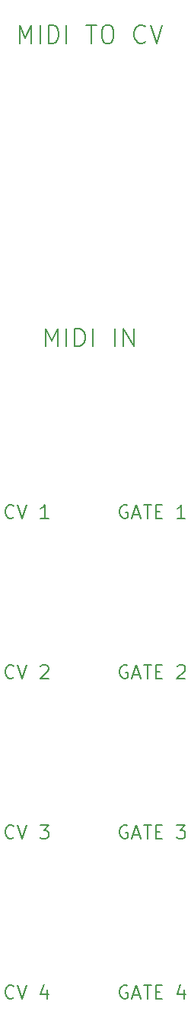
<source format=gto>
G04 #@! TF.GenerationSoftware,KiCad,Pcbnew,8.0.0*
G04 #@! TF.CreationDate,2025-07-24T19:30:24+01:00*
G04 #@! TF.ProjectId,MidiToCvFrontPanel,4d696469-546f-4437-9646-726f6e745061,1.0*
G04 #@! TF.SameCoordinates,Original*
G04 #@! TF.FileFunction,Legend,Top*
G04 #@! TF.FilePolarity,Positive*
%FSLAX46Y46*%
G04 Gerber Fmt 4.6, Leading zero omitted, Abs format (unit mm)*
G04 Created by KiCad (PCBNEW 8.0.0) date 2025-07-24 19:30:24*
%MOMM*%
%LPD*%
G01*
G04 APERTURE LIST*
%ADD10C,0.187500*%
G04 APERTURE END LIST*
D10*
X37640238Y-72135488D02*
X37640238Y-70135488D01*
X37640238Y-70135488D02*
X38306905Y-71564059D01*
X38306905Y-71564059D02*
X38973571Y-70135488D01*
X38973571Y-70135488D02*
X38973571Y-72135488D01*
X39925952Y-72135488D02*
X39925952Y-70135488D01*
X40878333Y-72135488D02*
X40878333Y-70135488D01*
X40878333Y-70135488D02*
X41354523Y-70135488D01*
X41354523Y-70135488D02*
X41640238Y-70230726D01*
X41640238Y-70230726D02*
X41830714Y-70421202D01*
X41830714Y-70421202D02*
X41925952Y-70611678D01*
X41925952Y-70611678D02*
X42021190Y-70992630D01*
X42021190Y-70992630D02*
X42021190Y-71278345D01*
X42021190Y-71278345D02*
X41925952Y-71659297D01*
X41925952Y-71659297D02*
X41830714Y-71849773D01*
X41830714Y-71849773D02*
X41640238Y-72040250D01*
X41640238Y-72040250D02*
X41354523Y-72135488D01*
X41354523Y-72135488D02*
X40878333Y-72135488D01*
X42878333Y-72135488D02*
X42878333Y-70135488D01*
X45354524Y-72135488D02*
X45354524Y-70135488D01*
X46306905Y-72135488D02*
X46306905Y-70135488D01*
X46306905Y-70135488D02*
X47449762Y-72135488D01*
X47449762Y-72135488D02*
X47449762Y-70135488D01*
X34735475Y-38480488D02*
X34735475Y-36480488D01*
X34735475Y-36480488D02*
X35402142Y-37909059D01*
X35402142Y-37909059D02*
X36068808Y-36480488D01*
X36068808Y-36480488D02*
X36068808Y-38480488D01*
X37021189Y-38480488D02*
X37021189Y-36480488D01*
X37973570Y-38480488D02*
X37973570Y-36480488D01*
X37973570Y-36480488D02*
X38449760Y-36480488D01*
X38449760Y-36480488D02*
X38735475Y-36575726D01*
X38735475Y-36575726D02*
X38925951Y-36766202D01*
X38925951Y-36766202D02*
X39021189Y-36956678D01*
X39021189Y-36956678D02*
X39116427Y-37337630D01*
X39116427Y-37337630D02*
X39116427Y-37623345D01*
X39116427Y-37623345D02*
X39021189Y-38004297D01*
X39021189Y-38004297D02*
X38925951Y-38194773D01*
X38925951Y-38194773D02*
X38735475Y-38385250D01*
X38735475Y-38385250D02*
X38449760Y-38480488D01*
X38449760Y-38480488D02*
X37973570Y-38480488D01*
X39973570Y-38480488D02*
X39973570Y-36480488D01*
X42164047Y-36480488D02*
X43306904Y-36480488D01*
X42735475Y-38480488D02*
X42735475Y-36480488D01*
X44354523Y-36480488D02*
X44735476Y-36480488D01*
X44735476Y-36480488D02*
X44925952Y-36575726D01*
X44925952Y-36575726D02*
X45116428Y-36766202D01*
X45116428Y-36766202D02*
X45211666Y-37147154D01*
X45211666Y-37147154D02*
X45211666Y-37813821D01*
X45211666Y-37813821D02*
X45116428Y-38194773D01*
X45116428Y-38194773D02*
X44925952Y-38385250D01*
X44925952Y-38385250D02*
X44735476Y-38480488D01*
X44735476Y-38480488D02*
X44354523Y-38480488D01*
X44354523Y-38480488D02*
X44164047Y-38385250D01*
X44164047Y-38385250D02*
X43973571Y-38194773D01*
X43973571Y-38194773D02*
X43878333Y-37813821D01*
X43878333Y-37813821D02*
X43878333Y-37147154D01*
X43878333Y-37147154D02*
X43973571Y-36766202D01*
X43973571Y-36766202D02*
X44164047Y-36575726D01*
X44164047Y-36575726D02*
X44354523Y-36480488D01*
X48735476Y-38290011D02*
X48640238Y-38385250D01*
X48640238Y-38385250D02*
X48354524Y-38480488D01*
X48354524Y-38480488D02*
X48164048Y-38480488D01*
X48164048Y-38480488D02*
X47878333Y-38385250D01*
X47878333Y-38385250D02*
X47687857Y-38194773D01*
X47687857Y-38194773D02*
X47592619Y-38004297D01*
X47592619Y-38004297D02*
X47497381Y-37623345D01*
X47497381Y-37623345D02*
X47497381Y-37337630D01*
X47497381Y-37337630D02*
X47592619Y-36956678D01*
X47592619Y-36956678D02*
X47687857Y-36766202D01*
X47687857Y-36766202D02*
X47878333Y-36575726D01*
X47878333Y-36575726D02*
X48164048Y-36480488D01*
X48164048Y-36480488D02*
X48354524Y-36480488D01*
X48354524Y-36480488D02*
X48640238Y-36575726D01*
X48640238Y-36575726D02*
X48735476Y-36670964D01*
X49306905Y-36480488D02*
X49973571Y-38480488D01*
X49973571Y-38480488D02*
X50640238Y-36480488D01*
X34095714Y-144443821D02*
X34024286Y-144515250D01*
X34024286Y-144515250D02*
X33810000Y-144586678D01*
X33810000Y-144586678D02*
X33667143Y-144586678D01*
X33667143Y-144586678D02*
X33452857Y-144515250D01*
X33452857Y-144515250D02*
X33310000Y-144372392D01*
X33310000Y-144372392D02*
X33238571Y-144229535D01*
X33238571Y-144229535D02*
X33167143Y-143943821D01*
X33167143Y-143943821D02*
X33167143Y-143729535D01*
X33167143Y-143729535D02*
X33238571Y-143443821D01*
X33238571Y-143443821D02*
X33310000Y-143300964D01*
X33310000Y-143300964D02*
X33452857Y-143158107D01*
X33452857Y-143158107D02*
X33667143Y-143086678D01*
X33667143Y-143086678D02*
X33810000Y-143086678D01*
X33810000Y-143086678D02*
X34024286Y-143158107D01*
X34024286Y-143158107D02*
X34095714Y-143229535D01*
X34524286Y-143086678D02*
X35024286Y-144586678D01*
X35024286Y-144586678D02*
X35524286Y-143086678D01*
X37810000Y-143586678D02*
X37810000Y-144586678D01*
X37452857Y-143015250D02*
X37095714Y-144086678D01*
X37095714Y-144086678D02*
X38024285Y-144086678D01*
X46744286Y-107598107D02*
X46601429Y-107526678D01*
X46601429Y-107526678D02*
X46387143Y-107526678D01*
X46387143Y-107526678D02*
X46172857Y-107598107D01*
X46172857Y-107598107D02*
X46030000Y-107740964D01*
X46030000Y-107740964D02*
X45958571Y-107883821D01*
X45958571Y-107883821D02*
X45887143Y-108169535D01*
X45887143Y-108169535D02*
X45887143Y-108383821D01*
X45887143Y-108383821D02*
X45958571Y-108669535D01*
X45958571Y-108669535D02*
X46030000Y-108812392D01*
X46030000Y-108812392D02*
X46172857Y-108955250D01*
X46172857Y-108955250D02*
X46387143Y-109026678D01*
X46387143Y-109026678D02*
X46530000Y-109026678D01*
X46530000Y-109026678D02*
X46744286Y-108955250D01*
X46744286Y-108955250D02*
X46815714Y-108883821D01*
X46815714Y-108883821D02*
X46815714Y-108383821D01*
X46815714Y-108383821D02*
X46530000Y-108383821D01*
X47387143Y-108598107D02*
X48101429Y-108598107D01*
X47244286Y-109026678D02*
X47744286Y-107526678D01*
X47744286Y-107526678D02*
X48244286Y-109026678D01*
X48530000Y-107526678D02*
X49387143Y-107526678D01*
X48958571Y-109026678D02*
X48958571Y-107526678D01*
X49887142Y-108240964D02*
X50387142Y-108240964D01*
X50601428Y-109026678D02*
X49887142Y-109026678D01*
X49887142Y-109026678D02*
X49887142Y-107526678D01*
X49887142Y-107526678D02*
X50601428Y-107526678D01*
X52315714Y-107669535D02*
X52387142Y-107598107D01*
X52387142Y-107598107D02*
X52530000Y-107526678D01*
X52530000Y-107526678D02*
X52887142Y-107526678D01*
X52887142Y-107526678D02*
X53030000Y-107598107D01*
X53030000Y-107598107D02*
X53101428Y-107669535D01*
X53101428Y-107669535D02*
X53172857Y-107812392D01*
X53172857Y-107812392D02*
X53172857Y-107955250D01*
X53172857Y-107955250D02*
X53101428Y-108169535D01*
X53101428Y-108169535D02*
X52244285Y-109026678D01*
X52244285Y-109026678D02*
X53172857Y-109026678D01*
X46744286Y-143158107D02*
X46601429Y-143086678D01*
X46601429Y-143086678D02*
X46387143Y-143086678D01*
X46387143Y-143086678D02*
X46172857Y-143158107D01*
X46172857Y-143158107D02*
X46030000Y-143300964D01*
X46030000Y-143300964D02*
X45958571Y-143443821D01*
X45958571Y-143443821D02*
X45887143Y-143729535D01*
X45887143Y-143729535D02*
X45887143Y-143943821D01*
X45887143Y-143943821D02*
X45958571Y-144229535D01*
X45958571Y-144229535D02*
X46030000Y-144372392D01*
X46030000Y-144372392D02*
X46172857Y-144515250D01*
X46172857Y-144515250D02*
X46387143Y-144586678D01*
X46387143Y-144586678D02*
X46530000Y-144586678D01*
X46530000Y-144586678D02*
X46744286Y-144515250D01*
X46744286Y-144515250D02*
X46815714Y-144443821D01*
X46815714Y-144443821D02*
X46815714Y-143943821D01*
X46815714Y-143943821D02*
X46530000Y-143943821D01*
X47387143Y-144158107D02*
X48101429Y-144158107D01*
X47244286Y-144586678D02*
X47744286Y-143086678D01*
X47744286Y-143086678D02*
X48244286Y-144586678D01*
X48530000Y-143086678D02*
X49387143Y-143086678D01*
X48958571Y-144586678D02*
X48958571Y-143086678D01*
X49887142Y-143800964D02*
X50387142Y-143800964D01*
X50601428Y-144586678D02*
X49887142Y-144586678D01*
X49887142Y-144586678D02*
X49887142Y-143086678D01*
X49887142Y-143086678D02*
X50601428Y-143086678D01*
X53030000Y-143586678D02*
X53030000Y-144586678D01*
X52672857Y-143015250D02*
X52315714Y-144086678D01*
X52315714Y-144086678D02*
X53244285Y-144086678D01*
X34095714Y-126663821D02*
X34024286Y-126735250D01*
X34024286Y-126735250D02*
X33810000Y-126806678D01*
X33810000Y-126806678D02*
X33667143Y-126806678D01*
X33667143Y-126806678D02*
X33452857Y-126735250D01*
X33452857Y-126735250D02*
X33310000Y-126592392D01*
X33310000Y-126592392D02*
X33238571Y-126449535D01*
X33238571Y-126449535D02*
X33167143Y-126163821D01*
X33167143Y-126163821D02*
X33167143Y-125949535D01*
X33167143Y-125949535D02*
X33238571Y-125663821D01*
X33238571Y-125663821D02*
X33310000Y-125520964D01*
X33310000Y-125520964D02*
X33452857Y-125378107D01*
X33452857Y-125378107D02*
X33667143Y-125306678D01*
X33667143Y-125306678D02*
X33810000Y-125306678D01*
X33810000Y-125306678D02*
X34024286Y-125378107D01*
X34024286Y-125378107D02*
X34095714Y-125449535D01*
X34524286Y-125306678D02*
X35024286Y-126806678D01*
X35024286Y-126806678D02*
X35524286Y-125306678D01*
X37024285Y-125306678D02*
X37952857Y-125306678D01*
X37952857Y-125306678D02*
X37452857Y-125878107D01*
X37452857Y-125878107D02*
X37667142Y-125878107D01*
X37667142Y-125878107D02*
X37810000Y-125949535D01*
X37810000Y-125949535D02*
X37881428Y-126020964D01*
X37881428Y-126020964D02*
X37952857Y-126163821D01*
X37952857Y-126163821D02*
X37952857Y-126520964D01*
X37952857Y-126520964D02*
X37881428Y-126663821D01*
X37881428Y-126663821D02*
X37810000Y-126735250D01*
X37810000Y-126735250D02*
X37667142Y-126806678D01*
X37667142Y-126806678D02*
X37238571Y-126806678D01*
X37238571Y-126806678D02*
X37095714Y-126735250D01*
X37095714Y-126735250D02*
X37024285Y-126663821D01*
X46744286Y-125378107D02*
X46601429Y-125306678D01*
X46601429Y-125306678D02*
X46387143Y-125306678D01*
X46387143Y-125306678D02*
X46172857Y-125378107D01*
X46172857Y-125378107D02*
X46030000Y-125520964D01*
X46030000Y-125520964D02*
X45958571Y-125663821D01*
X45958571Y-125663821D02*
X45887143Y-125949535D01*
X45887143Y-125949535D02*
X45887143Y-126163821D01*
X45887143Y-126163821D02*
X45958571Y-126449535D01*
X45958571Y-126449535D02*
X46030000Y-126592392D01*
X46030000Y-126592392D02*
X46172857Y-126735250D01*
X46172857Y-126735250D02*
X46387143Y-126806678D01*
X46387143Y-126806678D02*
X46530000Y-126806678D01*
X46530000Y-126806678D02*
X46744286Y-126735250D01*
X46744286Y-126735250D02*
X46815714Y-126663821D01*
X46815714Y-126663821D02*
X46815714Y-126163821D01*
X46815714Y-126163821D02*
X46530000Y-126163821D01*
X47387143Y-126378107D02*
X48101429Y-126378107D01*
X47244286Y-126806678D02*
X47744286Y-125306678D01*
X47744286Y-125306678D02*
X48244286Y-126806678D01*
X48530000Y-125306678D02*
X49387143Y-125306678D01*
X48958571Y-126806678D02*
X48958571Y-125306678D01*
X49887142Y-126020964D02*
X50387142Y-126020964D01*
X50601428Y-126806678D02*
X49887142Y-126806678D01*
X49887142Y-126806678D02*
X49887142Y-125306678D01*
X49887142Y-125306678D02*
X50601428Y-125306678D01*
X52244285Y-125306678D02*
X53172857Y-125306678D01*
X53172857Y-125306678D02*
X52672857Y-125878107D01*
X52672857Y-125878107D02*
X52887142Y-125878107D01*
X52887142Y-125878107D02*
X53030000Y-125949535D01*
X53030000Y-125949535D02*
X53101428Y-126020964D01*
X53101428Y-126020964D02*
X53172857Y-126163821D01*
X53172857Y-126163821D02*
X53172857Y-126520964D01*
X53172857Y-126520964D02*
X53101428Y-126663821D01*
X53101428Y-126663821D02*
X53030000Y-126735250D01*
X53030000Y-126735250D02*
X52887142Y-126806678D01*
X52887142Y-126806678D02*
X52458571Y-126806678D01*
X52458571Y-126806678D02*
X52315714Y-126735250D01*
X52315714Y-126735250D02*
X52244285Y-126663821D01*
X34095714Y-108883821D02*
X34024286Y-108955250D01*
X34024286Y-108955250D02*
X33810000Y-109026678D01*
X33810000Y-109026678D02*
X33667143Y-109026678D01*
X33667143Y-109026678D02*
X33452857Y-108955250D01*
X33452857Y-108955250D02*
X33310000Y-108812392D01*
X33310000Y-108812392D02*
X33238571Y-108669535D01*
X33238571Y-108669535D02*
X33167143Y-108383821D01*
X33167143Y-108383821D02*
X33167143Y-108169535D01*
X33167143Y-108169535D02*
X33238571Y-107883821D01*
X33238571Y-107883821D02*
X33310000Y-107740964D01*
X33310000Y-107740964D02*
X33452857Y-107598107D01*
X33452857Y-107598107D02*
X33667143Y-107526678D01*
X33667143Y-107526678D02*
X33810000Y-107526678D01*
X33810000Y-107526678D02*
X34024286Y-107598107D01*
X34024286Y-107598107D02*
X34095714Y-107669535D01*
X34524286Y-107526678D02*
X35024286Y-109026678D01*
X35024286Y-109026678D02*
X35524286Y-107526678D01*
X37095714Y-107669535D02*
X37167142Y-107598107D01*
X37167142Y-107598107D02*
X37310000Y-107526678D01*
X37310000Y-107526678D02*
X37667142Y-107526678D01*
X37667142Y-107526678D02*
X37810000Y-107598107D01*
X37810000Y-107598107D02*
X37881428Y-107669535D01*
X37881428Y-107669535D02*
X37952857Y-107812392D01*
X37952857Y-107812392D02*
X37952857Y-107955250D01*
X37952857Y-107955250D02*
X37881428Y-108169535D01*
X37881428Y-108169535D02*
X37024285Y-109026678D01*
X37024285Y-109026678D02*
X37952857Y-109026678D01*
X46744286Y-89818107D02*
X46601429Y-89746678D01*
X46601429Y-89746678D02*
X46387143Y-89746678D01*
X46387143Y-89746678D02*
X46172857Y-89818107D01*
X46172857Y-89818107D02*
X46030000Y-89960964D01*
X46030000Y-89960964D02*
X45958571Y-90103821D01*
X45958571Y-90103821D02*
X45887143Y-90389535D01*
X45887143Y-90389535D02*
X45887143Y-90603821D01*
X45887143Y-90603821D02*
X45958571Y-90889535D01*
X45958571Y-90889535D02*
X46030000Y-91032392D01*
X46030000Y-91032392D02*
X46172857Y-91175250D01*
X46172857Y-91175250D02*
X46387143Y-91246678D01*
X46387143Y-91246678D02*
X46530000Y-91246678D01*
X46530000Y-91246678D02*
X46744286Y-91175250D01*
X46744286Y-91175250D02*
X46815714Y-91103821D01*
X46815714Y-91103821D02*
X46815714Y-90603821D01*
X46815714Y-90603821D02*
X46530000Y-90603821D01*
X47387143Y-90818107D02*
X48101429Y-90818107D01*
X47244286Y-91246678D02*
X47744286Y-89746678D01*
X47744286Y-89746678D02*
X48244286Y-91246678D01*
X48530000Y-89746678D02*
X49387143Y-89746678D01*
X48958571Y-91246678D02*
X48958571Y-89746678D01*
X49887142Y-90460964D02*
X50387142Y-90460964D01*
X50601428Y-91246678D02*
X49887142Y-91246678D01*
X49887142Y-91246678D02*
X49887142Y-89746678D01*
X49887142Y-89746678D02*
X50601428Y-89746678D01*
X53172857Y-91246678D02*
X52315714Y-91246678D01*
X52744285Y-91246678D02*
X52744285Y-89746678D01*
X52744285Y-89746678D02*
X52601428Y-89960964D01*
X52601428Y-89960964D02*
X52458571Y-90103821D01*
X52458571Y-90103821D02*
X52315714Y-90175250D01*
X34095714Y-91103821D02*
X34024286Y-91175250D01*
X34024286Y-91175250D02*
X33810000Y-91246678D01*
X33810000Y-91246678D02*
X33667143Y-91246678D01*
X33667143Y-91246678D02*
X33452857Y-91175250D01*
X33452857Y-91175250D02*
X33310000Y-91032392D01*
X33310000Y-91032392D02*
X33238571Y-90889535D01*
X33238571Y-90889535D02*
X33167143Y-90603821D01*
X33167143Y-90603821D02*
X33167143Y-90389535D01*
X33167143Y-90389535D02*
X33238571Y-90103821D01*
X33238571Y-90103821D02*
X33310000Y-89960964D01*
X33310000Y-89960964D02*
X33452857Y-89818107D01*
X33452857Y-89818107D02*
X33667143Y-89746678D01*
X33667143Y-89746678D02*
X33810000Y-89746678D01*
X33810000Y-89746678D02*
X34024286Y-89818107D01*
X34024286Y-89818107D02*
X34095714Y-89889535D01*
X34524286Y-89746678D02*
X35024286Y-91246678D01*
X35024286Y-91246678D02*
X35524286Y-89746678D01*
X37952857Y-91246678D02*
X37095714Y-91246678D01*
X37524285Y-91246678D02*
X37524285Y-89746678D01*
X37524285Y-89746678D02*
X37381428Y-89960964D01*
X37381428Y-89960964D02*
X37238571Y-90103821D01*
X37238571Y-90103821D02*
X37095714Y-90175250D01*
%LPC*%
%LPD*%
M02*

</source>
